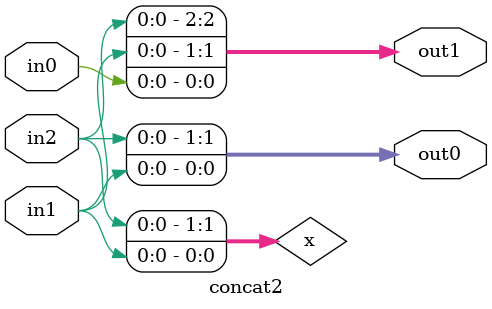
<source format=v>
module concat2(input in0, input in1, input in2, output [2-1:0] out0, output [3-1:0] out1);
  wire [2-1:0] x;
  assign x = {in2, in1};
  assign out0 = x;
  assign out1 = {x, in0};
endmodule

</source>
